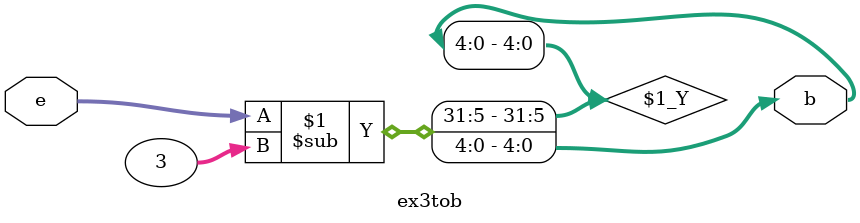
<source format=v>
`timescale 1ns / 1ps


module ex3tob(input [3:0]e, output [4:0]b);
assign b = e - 3;
endmodule

</source>
